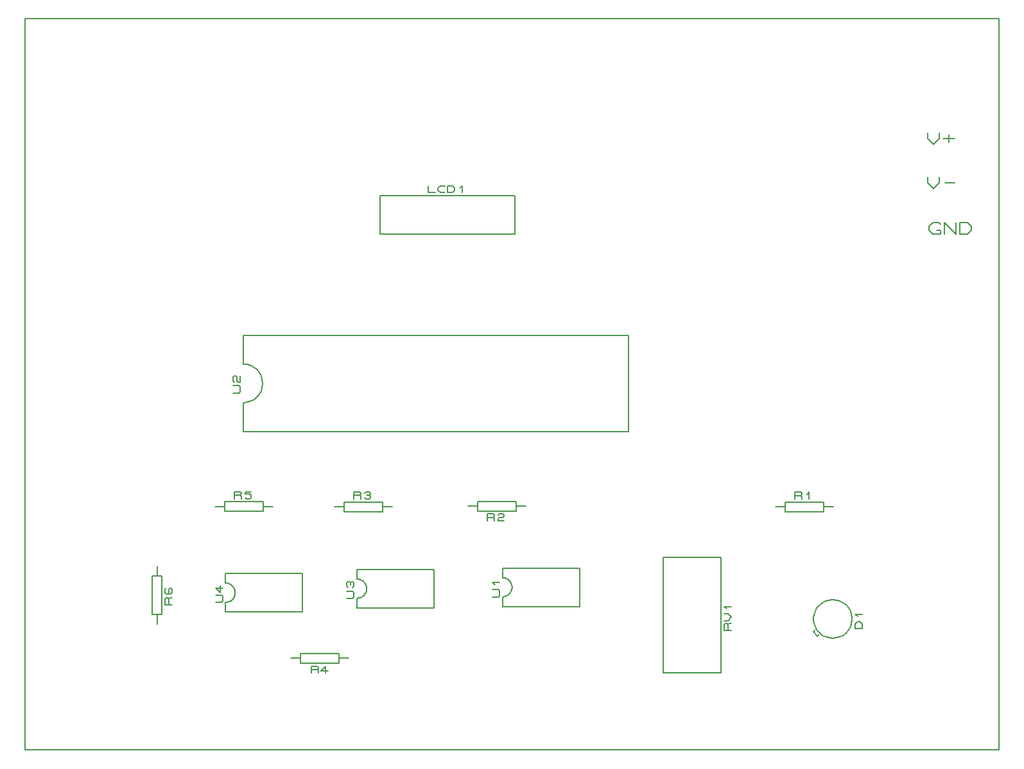
<source format=gbr>
G04 PROTEUS GERBER X2 FILE*
%TF.GenerationSoftware,Labcenter,Proteus,8.8-SP1-Build27031*%
%TF.CreationDate,2019-05-18T07:00:24+00:00*%
%TF.FileFunction,Legend,Top*%
%TF.FilePolarity,Positive*%
%TF.Part,Single*%
%TF.SameCoordinates,{a8659aba-65a4-4c0a-9c60-288927405768}*%
%FSLAX45Y45*%
%MOMM*%
G01*
%TA.AperFunction,Profile*%
%ADD19C,0.203200*%
%TA.AperFunction,Material*%
%ADD70C,0.203200*%
%TD.AperFunction*%
D19*
X-5580000Y-8390000D02*
X+7260000Y-8390000D01*
X+7260000Y+1260000D01*
X-5580000Y+1260000D01*
X-5580000Y-8390000D01*
D70*
X-2449000Y-3551000D02*
X-2454080Y-3499248D01*
X-2468685Y-3451305D01*
X-2491862Y-3408125D01*
X-2522660Y-3370660D01*
X-2560125Y-3339862D01*
X-2603305Y-3316685D01*
X-2651248Y-3302080D01*
X-2703000Y-3297000D01*
X-2449000Y-3551000D02*
X-2454080Y-3603482D01*
X-2468685Y-3651767D01*
X-2491862Y-3694991D01*
X-2522660Y-3732292D01*
X-2560125Y-3762807D01*
X-2603305Y-3785672D01*
X-2651248Y-3800024D01*
X-2703000Y-3805000D01*
X-2703000Y-3297000D02*
X-2703000Y-2916000D01*
X+2377000Y-2916000D02*
X+2377000Y-4186000D01*
X-2703000Y-4186000D02*
X-2703000Y-3805000D01*
X-2703000Y-2916000D02*
X+2377000Y-2916000D01*
X-2703000Y-4186000D02*
X+2377000Y-4186000D01*
X-2835080Y-3678000D02*
X-2758880Y-3678000D01*
X-2743640Y-3662125D01*
X-2743640Y-3598625D01*
X-2758880Y-3582750D01*
X-2835080Y-3582750D01*
X-2819840Y-3535125D02*
X-2835080Y-3519250D01*
X-2835080Y-3471625D01*
X-2819840Y-3455750D01*
X-2804600Y-3455750D01*
X-2789360Y-3471625D01*
X-2789360Y-3519250D01*
X-2774120Y-3535125D01*
X-2743640Y-3535125D01*
X-2743640Y-3455750D01*
X-898000Y-1582000D02*
X+880000Y-1582000D01*
X+880000Y-1074000D01*
X-898000Y-1074000D01*
X-898000Y-1582000D01*
X-263000Y-941920D02*
X-263000Y-1033360D01*
X-167750Y-1033360D01*
X-40750Y-1018120D02*
X-56625Y-1033360D01*
X-104250Y-1033360D01*
X-136000Y-1002880D01*
X-136000Y-972400D01*
X-104250Y-941920D01*
X-56625Y-941920D01*
X-40750Y-957160D01*
X-9000Y-1033360D02*
X-9000Y-941920D01*
X+54500Y-941920D01*
X+86250Y-972400D01*
X+86250Y-1002880D01*
X+54500Y-1033360D01*
X-9000Y-1033360D01*
X+149750Y-972400D02*
X+181500Y-941920D01*
X+181500Y-1033360D01*
X+2837000Y-5851000D02*
X+3599000Y-5851000D01*
X+3599000Y-7375000D02*
X+2837000Y-7375000D01*
X+3599000Y-5851000D02*
X+3599000Y-7375000D01*
X+2837000Y-5851000D02*
X+2837000Y-7375000D01*
X+3731080Y-6813500D02*
X+3639640Y-6813500D01*
X+3639640Y-6734125D01*
X+3654880Y-6718250D01*
X+3670120Y-6718250D01*
X+3685360Y-6734125D01*
X+3685360Y-6813500D01*
X+3685360Y-6734125D02*
X+3700600Y-6718250D01*
X+3731080Y-6718250D01*
X+3639640Y-6686500D02*
X+3685360Y-6686500D01*
X+3731080Y-6638875D01*
X+3685360Y-6591250D01*
X+3639640Y-6591250D01*
X+3670120Y-6527750D02*
X+3639640Y-6496000D01*
X+3731080Y-6496000D01*
X+714000Y-6115000D02*
X+714000Y-5988000D01*
X+1730000Y-5988000D01*
X+1730000Y-6496000D01*
X+714000Y-6496000D01*
X+714000Y-6369000D01*
X+841000Y-6242000D02*
X+838564Y-6216124D01*
X+831515Y-6192152D01*
X+820238Y-6170562D01*
X+805122Y-6151830D01*
X+786554Y-6136431D01*
X+764919Y-6124842D01*
X+740606Y-6117540D01*
X+714000Y-6115000D01*
X+841000Y-6242000D02*
X+838564Y-6268606D01*
X+831515Y-6292919D01*
X+820238Y-6314554D01*
X+805122Y-6333122D01*
X+786554Y-6348238D01*
X+764919Y-6359515D01*
X+740606Y-6366564D01*
X+714000Y-6369000D01*
X+581920Y-6369000D02*
X+658120Y-6369000D01*
X+673360Y-6353125D01*
X+673360Y-6289625D01*
X+658120Y-6273750D01*
X+581920Y-6273750D01*
X+612400Y-6210250D02*
X+581920Y-6178500D01*
X+673360Y-6178500D01*
X-1206000Y-6134000D02*
X-1206000Y-6007000D01*
X-190000Y-6007000D01*
X-190000Y-6515000D01*
X-1206000Y-6515000D01*
X-1206000Y-6388000D01*
X-1079000Y-6261000D02*
X-1081436Y-6235124D01*
X-1088485Y-6211152D01*
X-1099762Y-6189562D01*
X-1114878Y-6170830D01*
X-1133446Y-6155431D01*
X-1155081Y-6143842D01*
X-1179394Y-6136540D01*
X-1206000Y-6134000D01*
X-1079000Y-6261000D02*
X-1081436Y-6287606D01*
X-1088485Y-6311919D01*
X-1099762Y-6333554D01*
X-1114878Y-6352122D01*
X-1133446Y-6367238D01*
X-1155081Y-6378515D01*
X-1179394Y-6385564D01*
X-1206000Y-6388000D01*
X-1338080Y-6388000D02*
X-1261880Y-6388000D01*
X-1246640Y-6372125D01*
X-1246640Y-6308625D01*
X-1261880Y-6292750D01*
X-1338080Y-6292750D01*
X-1322840Y-6245125D02*
X-1338080Y-6229250D01*
X-1338080Y-6181625D01*
X-1322840Y-6165750D01*
X-1307600Y-6165750D01*
X-1292360Y-6181625D01*
X-1277120Y-6165750D01*
X-1261880Y-6165750D01*
X-1246640Y-6181625D01*
X-1246640Y-6229250D01*
X-1261880Y-6245125D01*
X-1292360Y-6213375D02*
X-1292360Y-6181625D01*
X-2936000Y-6188000D02*
X-2936000Y-6061000D01*
X-1920000Y-6061000D01*
X-1920000Y-6569000D01*
X-2936000Y-6569000D01*
X-2936000Y-6442000D01*
X-2809000Y-6315000D02*
X-2811436Y-6289124D01*
X-2818485Y-6265152D01*
X-2829762Y-6243562D01*
X-2844878Y-6224830D01*
X-2863446Y-6209431D01*
X-2885081Y-6197842D01*
X-2909394Y-6190540D01*
X-2936000Y-6188000D01*
X-2809000Y-6315000D02*
X-2811436Y-6341606D01*
X-2818485Y-6365919D01*
X-2829762Y-6387554D01*
X-2844878Y-6406122D01*
X-2863446Y-6421238D01*
X-2885081Y-6432515D01*
X-2909394Y-6439564D01*
X-2936000Y-6442000D01*
X-3068080Y-6442000D02*
X-2991880Y-6442000D01*
X-2976640Y-6426125D01*
X-2976640Y-6362625D01*
X-2991880Y-6346750D01*
X-3068080Y-6346750D01*
X-3007120Y-6219750D02*
X-3007120Y-6315000D01*
X-3068080Y-6251500D01*
X-2976640Y-6251500D01*
X+5325000Y-6661000D02*
X+5324173Y-6640517D01*
X+5317455Y-6599550D01*
X+5303437Y-6558583D01*
X+5280659Y-6517616D01*
X+5245859Y-6476771D01*
X+5204892Y-6445155D01*
X+5163925Y-6424608D01*
X+5122958Y-6412371D01*
X+5081991Y-6407238D01*
X+5071000Y-6407000D01*
X+4817000Y-6661000D02*
X+4817827Y-6640517D01*
X+4824545Y-6599550D01*
X+4838563Y-6558583D01*
X+4861341Y-6517616D01*
X+4896141Y-6476771D01*
X+4937108Y-6445155D01*
X+4978075Y-6424608D01*
X+5019042Y-6412371D01*
X+5060009Y-6407238D01*
X+5071000Y-6407000D01*
X+4817000Y-6661000D02*
X+4817827Y-6681483D01*
X+4824545Y-6722450D01*
X+4838563Y-6763417D01*
X+4861341Y-6804384D01*
X+4896141Y-6845229D01*
X+4937108Y-6876845D01*
X+4978075Y-6897392D01*
X+5019042Y-6909629D01*
X+5060009Y-6914762D01*
X+5071000Y-6915000D01*
X+5325000Y-6661000D02*
X+5324173Y-6681483D01*
X+5317455Y-6722450D01*
X+5303437Y-6763417D01*
X+5280659Y-6804384D01*
X+5245859Y-6845229D01*
X+5204892Y-6876845D01*
X+5163925Y-6897392D01*
X+5122958Y-6909629D01*
X+5081991Y-6914762D01*
X+5071000Y-6915000D01*
X+4817000Y-6826100D02*
X+4867800Y-6889600D01*
X+4817000Y-6826100D02*
X+4842400Y-6800700D01*
X+4867800Y-6889600D02*
X+4893200Y-6864200D01*
X+5457080Y-6788000D02*
X+5365640Y-6788000D01*
X+5365640Y-6724500D01*
X+5396120Y-6692750D01*
X+5426600Y-6692750D01*
X+5457080Y-6724500D01*
X+5457080Y-6788000D01*
X+5396120Y-6629250D02*
X+5365640Y-6597500D01*
X+5457080Y-6597500D01*
X+4315000Y-5183000D02*
X+4442000Y-5183000D01*
X+4442000Y-5246500D02*
X+4950000Y-5246500D01*
X+4950000Y-5119500D01*
X+4442000Y-5119500D01*
X+4442000Y-5246500D01*
X+4950000Y-5183000D02*
X+5077000Y-5183000D01*
X+4569000Y-5078860D02*
X+4569000Y-4987420D01*
X+4648375Y-4987420D01*
X+4664250Y-5002660D01*
X+4664250Y-5017900D01*
X+4648375Y-5033140D01*
X+4569000Y-5033140D01*
X+4648375Y-5033140D02*
X+4664250Y-5048380D01*
X+4664250Y-5078860D01*
X+4727750Y-5017900D02*
X+4759500Y-4987420D01*
X+4759500Y-5078860D01*
X+1020000Y-5172000D02*
X+893000Y-5172000D01*
X+385000Y-5235500D02*
X+893000Y-5235500D01*
X+893000Y-5108500D01*
X+385000Y-5108500D01*
X+385000Y-5235500D01*
X+385000Y-5172000D02*
X+258000Y-5172000D01*
X+512000Y-5367580D02*
X+512000Y-5276140D01*
X+591375Y-5276140D01*
X+607250Y-5291380D01*
X+607250Y-5306620D01*
X+591375Y-5321860D01*
X+512000Y-5321860D01*
X+591375Y-5321860D02*
X+607250Y-5337100D01*
X+607250Y-5367580D01*
X+654875Y-5291380D02*
X+670750Y-5276140D01*
X+718375Y-5276140D01*
X+734250Y-5291380D01*
X+734250Y-5306620D01*
X+718375Y-5321860D01*
X+670750Y-5321860D01*
X+654875Y-5337100D01*
X+654875Y-5367580D01*
X+734250Y-5367580D01*
X-1502000Y-5180000D02*
X-1375000Y-5180000D01*
X-1375000Y-5243500D02*
X-867000Y-5243500D01*
X-867000Y-5116500D01*
X-1375000Y-5116500D01*
X-1375000Y-5243500D01*
X-867000Y-5180000D02*
X-740000Y-5180000D01*
X-1248000Y-5075860D02*
X-1248000Y-4984420D01*
X-1168625Y-4984420D01*
X-1152750Y-4999660D01*
X-1152750Y-5014900D01*
X-1168625Y-5030140D01*
X-1248000Y-5030140D01*
X-1168625Y-5030140D02*
X-1152750Y-5045380D01*
X-1152750Y-5075860D01*
X-1105125Y-4999660D02*
X-1089250Y-4984420D01*
X-1041625Y-4984420D01*
X-1025750Y-4999660D01*
X-1025750Y-5014900D01*
X-1041625Y-5030140D01*
X-1025750Y-5045380D01*
X-1025750Y-5060620D01*
X-1041625Y-5075860D01*
X-1089250Y-5075860D01*
X-1105125Y-5060620D01*
X-1073375Y-5030140D02*
X-1041625Y-5030140D01*
X-1318000Y-7180000D02*
X-1445000Y-7180000D01*
X-1953000Y-7243500D02*
X-1445000Y-7243500D01*
X-1445000Y-7116500D01*
X-1953000Y-7116500D01*
X-1953000Y-7243500D01*
X-1953000Y-7180000D02*
X-2080000Y-7180000D01*
X-1806000Y-7375580D02*
X-1806000Y-7284140D01*
X-1726625Y-7284140D01*
X-1710750Y-7299380D01*
X-1710750Y-7314620D01*
X-1726625Y-7329860D01*
X-1806000Y-7329860D01*
X-1726625Y-7329860D02*
X-1710750Y-7345100D01*
X-1710750Y-7375580D01*
X-1583750Y-7345100D02*
X-1679000Y-7345100D01*
X-1615500Y-7284140D01*
X-1615500Y-7375580D01*
X-3077000Y-5178000D02*
X-2950000Y-5178000D01*
X-2950000Y-5241500D02*
X-2442000Y-5241500D01*
X-2442000Y-5114500D01*
X-2950000Y-5114500D01*
X-2950000Y-5241500D01*
X-2442000Y-5178000D02*
X-2315000Y-5178000D01*
X-2823000Y-5073860D02*
X-2823000Y-4982420D01*
X-2743625Y-4982420D01*
X-2727750Y-4997660D01*
X-2727750Y-5012900D01*
X-2743625Y-5028140D01*
X-2823000Y-5028140D01*
X-2743625Y-5028140D02*
X-2727750Y-5043380D01*
X-2727750Y-5073860D01*
X-2600750Y-4982420D02*
X-2680125Y-4982420D01*
X-2680125Y-5012900D01*
X-2616625Y-5012900D01*
X-2600750Y-5028140D01*
X-2600750Y-5058620D01*
X-2616625Y-5073860D01*
X-2664250Y-5073860D01*
X-2680125Y-5058620D01*
X-3838000Y-5967000D02*
X-3838000Y-6094000D01*
X-3901500Y-6602000D02*
X-3774500Y-6602000D01*
X-3774500Y-6094000D01*
X-3901500Y-6094000D01*
X-3901500Y-6602000D01*
X-3838000Y-6602000D02*
X-3838000Y-6729000D01*
X-3642420Y-6475000D02*
X-3733860Y-6475000D01*
X-3733860Y-6395625D01*
X-3718620Y-6379750D01*
X-3703380Y-6379750D01*
X-3688140Y-6395625D01*
X-3688140Y-6475000D01*
X-3688140Y-6395625D02*
X-3672900Y-6379750D01*
X-3642420Y-6379750D01*
X-3718620Y-6252750D02*
X-3733860Y-6268625D01*
X-3733860Y-6316250D01*
X-3718620Y-6332125D01*
X-3657660Y-6332125D01*
X-3642420Y-6316250D01*
X-3642420Y-6268625D01*
X-3657660Y-6252750D01*
X-3672900Y-6252750D01*
X-3688140Y-6268625D01*
X-3688140Y-6332125D01*
D19*
X+6320000Y-240800D02*
X+6320000Y-317000D01*
X+6396200Y-393200D01*
X+6472400Y-317000D01*
X+6472400Y-240800D01*
X+6523200Y-317000D02*
X+6675600Y-317000D01*
X+6599400Y-266200D02*
X+6599400Y-367800D01*
X+6320000Y-830800D02*
X+6320000Y-907000D01*
X+6396200Y-983200D01*
X+6472400Y-907000D01*
X+6472400Y-830800D01*
X+6548600Y-907000D02*
X+6675600Y-907000D01*
X+6441600Y-1532400D02*
X+6492400Y-1532400D01*
X+6492400Y-1583200D01*
X+6390800Y-1583200D01*
X+6340000Y-1532400D01*
X+6340000Y-1481600D01*
X+6390800Y-1430800D01*
X+6467000Y-1430800D01*
X+6492400Y-1456200D01*
X+6543200Y-1583200D02*
X+6543200Y-1430800D01*
X+6695600Y-1583200D01*
X+6695600Y-1430800D01*
X+6746400Y-1583200D02*
X+6746400Y-1430800D01*
X+6848000Y-1430800D01*
X+6898800Y-1481600D01*
X+6898800Y-1532400D01*
X+6848000Y-1583200D01*
X+6746400Y-1583200D01*
M02*

</source>
